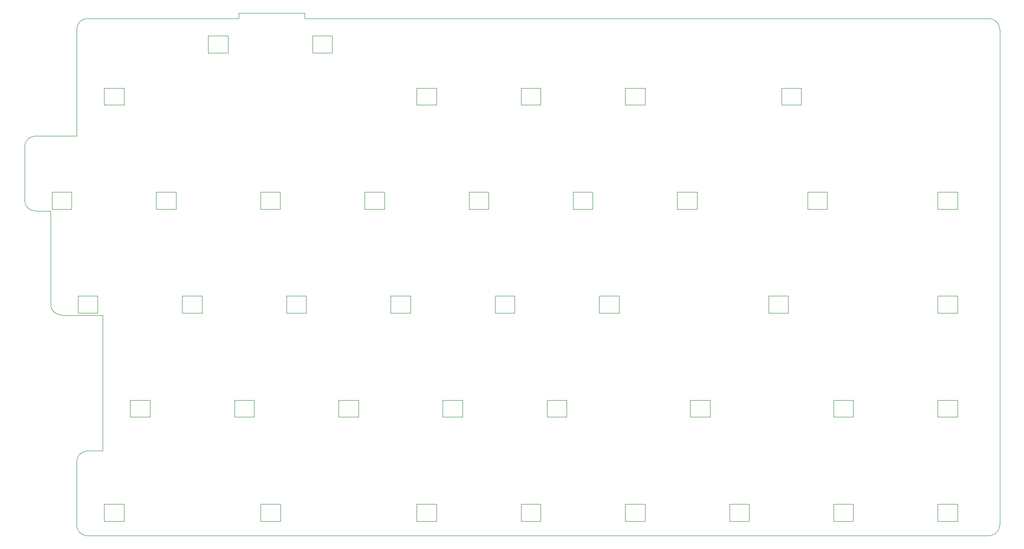
<source format=gbr>
%TF.GenerationSoftware,KiCad,Pcbnew,8.0.8*%
%TF.CreationDate,2025-04-15T16:41:43+09:00*%
%TF.ProjectId,sswkbd_right,7373776b-6264-45f7-9269-6768742e6b69,rev?*%
%TF.SameCoordinates,Original*%
%TF.FileFunction,Profile,NP*%
%FSLAX46Y46*%
G04 Gerber Fmt 4.6, Leading zero omitted, Abs format (unit mm)*
G04 Created by KiCad (PCBNEW 8.0.8) date 2025-04-15 16:41:43*
%MOMM*%
%LPD*%
G01*
G04 APERTURE LIST*
%TA.AperFunction,Profile*%
%ADD10C,0.050000*%
%TD*%
%TA.AperFunction,Profile*%
%ADD11C,0.100000*%
%TD*%
G04 APERTURE END LIST*
D10*
X365900000Y-64300000D02*
G75*
G02*
X367900000Y-66300000I0J-2000000D01*
G01*
X367900000Y-156760000D02*
G75*
G02*
X365900000Y-158760000I-2000000J0D01*
G01*
X201613000Y-158760000D02*
G75*
G02*
X199613000Y-156760000I0J2000000D01*
G01*
X199613000Y-145260000D02*
G75*
G02*
X201613000Y-143260000I2000000J0D01*
G01*
X196863000Y-118460000D02*
G75*
G02*
X194863000Y-116460000I0J2000000D01*
G01*
X192113000Y-99460000D02*
G75*
G02*
X190113000Y-97460000I0J2000000D01*
G01*
X190113000Y-87760000D02*
G75*
G02*
X192113000Y-85760000I2000000J0D01*
G01*
X199613000Y-66300000D02*
G75*
G02*
X201613000Y-64300000I2000000J0D01*
G01*
X241150000Y-63300000D02*
X229150000Y-63300000D01*
X365900000Y-64300000D02*
X241150000Y-64300000D01*
X367900000Y-156760000D02*
X367900000Y-66300000D01*
X201613000Y-158760000D02*
X365900000Y-158760000D01*
X241150000Y-63300000D02*
X241150000Y-64300000D01*
X199613000Y-145260000D02*
X199613000Y-156760000D01*
X194863000Y-99460000D02*
X194863000Y-116460000D01*
X199613000Y-85760000D02*
X192113000Y-85760000D01*
X204363000Y-118460000D02*
X204363000Y-143260000D01*
X229150000Y-64300000D02*
X201613000Y-64300000D01*
X199613000Y-66300000D02*
X199613000Y-85760000D01*
X192113000Y-99460000D02*
X194863000Y-99460000D01*
X190113000Y-87760000D02*
X190113000Y-97460000D01*
X229150000Y-63300000D02*
X229150000Y-64300000D01*
X204363000Y-143260000D02*
X201613000Y-143260000D01*
X196863000Y-118460000D02*
X204363000Y-118460000D01*
D11*
%TO.C,LED77*%
X209363000Y-133973000D02*
X212963000Y-133973000D01*
X209363000Y-137073000D02*
X209363000Y-133973000D01*
X212963000Y-133973000D02*
X212963000Y-137073000D01*
X212963000Y-137073000D02*
X209363000Y-137073000D01*
%TO.C,LED70*%
X228363000Y-133973000D02*
X231963000Y-133973000D01*
X228363000Y-137073000D02*
X228363000Y-133973000D01*
X231963000Y-133973000D02*
X231963000Y-137073000D01*
X231963000Y-137073000D02*
X228363000Y-137073000D01*
%TO.C,LED71*%
X233138000Y-152973000D02*
X236738000Y-152973000D01*
X233138000Y-156073000D02*
X233138000Y-152973000D01*
X236738000Y-152973000D02*
X236738000Y-156073000D01*
X236738000Y-156073000D02*
X233138000Y-156073000D01*
%TO.C,LED58*%
X261613000Y-76973000D02*
X265213000Y-76973000D01*
X261613000Y-80073000D02*
X261613000Y-76973000D01*
X265213000Y-76973000D02*
X265213000Y-80073000D01*
X265213000Y-80073000D02*
X261613000Y-80073000D01*
%TO.C,LED52*%
X299613000Y-152973000D02*
X303213000Y-152973000D01*
X299613000Y-156073000D02*
X299613000Y-152973000D01*
X303213000Y-152973000D02*
X303213000Y-156073000D01*
X303213000Y-156073000D02*
X299613000Y-156073000D01*
%TO.C,LED60*%
X275863000Y-114973000D02*
X279463000Y-114973000D01*
X275863000Y-118073000D02*
X275863000Y-114973000D01*
X279463000Y-114973000D02*
X279463000Y-118073000D01*
X279463000Y-118073000D02*
X275863000Y-118073000D01*
%TO.C,LED76*%
X199863000Y-114973000D02*
X203463000Y-114973000D01*
X199863000Y-118073000D02*
X199863000Y-114973000D01*
X203463000Y-114973000D02*
X203463000Y-118073000D01*
X203463000Y-118073000D02*
X199863000Y-118073000D01*
%TO.C,LED46*%
X332863000Y-95973000D02*
X336463000Y-95973000D01*
X332863000Y-99073000D02*
X332863000Y-95973000D01*
X336463000Y-95973000D02*
X336463000Y-99073000D01*
X336463000Y-99073000D02*
X332863000Y-99073000D01*
%TO.C,LED68*%
X233113000Y-95973000D02*
X236713000Y-95973000D01*
X233113000Y-99073000D02*
X233113000Y-95973000D01*
X236713000Y-95973000D02*
X236713000Y-99073000D01*
X236713000Y-99073000D02*
X233113000Y-99073000D01*
%TO.C,LED45*%
X325738000Y-114973000D02*
X329338000Y-114973000D01*
X325738000Y-118073000D02*
X325738000Y-114973000D01*
X329338000Y-114973000D02*
X329338000Y-118073000D01*
X329338000Y-118073000D02*
X325738000Y-118073000D01*
%TO.C,LED50*%
X311488000Y-133973000D02*
X315088000Y-133973000D01*
X311488000Y-137073000D02*
X311488000Y-133973000D01*
X315088000Y-133973000D02*
X315088000Y-137073000D01*
X315088000Y-137073000D02*
X311488000Y-137073000D01*
%TO.C,LED62*%
X261613000Y-152973000D02*
X265213000Y-152973000D01*
X261613000Y-156073000D02*
X261613000Y-152973000D01*
X265213000Y-152973000D02*
X265213000Y-156073000D01*
X265213000Y-156073000D02*
X261613000Y-156073000D01*
%TO.C,LED69*%
X237863000Y-114973000D02*
X241463000Y-114973000D01*
X237863000Y-118073000D02*
X237863000Y-114973000D01*
X241463000Y-114973000D02*
X241463000Y-118073000D01*
X241463000Y-118073000D02*
X237863000Y-118073000D01*
%TO.C,LED64*%
X256863000Y-114973000D02*
X260463000Y-114973000D01*
X256863000Y-118073000D02*
X256863000Y-114973000D01*
X260463000Y-114973000D02*
X260463000Y-118073000D01*
X260463000Y-118073000D02*
X256863000Y-118073000D01*
%TO.C,LED74*%
X204613000Y-76973000D02*
X208213000Y-76973000D01*
X204613000Y-80073000D02*
X204613000Y-76973000D01*
X208213000Y-76973000D02*
X208213000Y-80073000D01*
X208213000Y-80073000D02*
X204613000Y-80073000D01*
%TO.C,LED63*%
X247363000Y-133973000D02*
X250963000Y-133973000D01*
X247363000Y-137073000D02*
X247363000Y-133973000D01*
X250963000Y-133973000D02*
X250963000Y-137073000D01*
X250963000Y-137073000D02*
X247363000Y-137073000D01*
%TO.C,LED61*%
X266363000Y-133973000D02*
X269963000Y-133973000D01*
X266363000Y-137073000D02*
X266363000Y-133973000D01*
X269963000Y-133973000D02*
X269963000Y-137073000D01*
X269963000Y-137073000D02*
X266363000Y-137073000D01*
%TO.C,LED41*%
X356613000Y-133973000D02*
X360213000Y-133973000D01*
X356613000Y-137073000D02*
X356613000Y-133973000D01*
X360213000Y-133973000D02*
X360213000Y-137073000D01*
X360213000Y-137073000D02*
X356613000Y-137073000D01*
%TO.C,LED59*%
X271113000Y-95973000D02*
X274713000Y-95973000D01*
X271113000Y-99073000D02*
X271113000Y-95973000D01*
X274713000Y-95973000D02*
X274713000Y-99073000D01*
X274713000Y-99073000D02*
X271113000Y-99073000D01*
%TO.C,LED72*%
X218863000Y-114973000D02*
X222463000Y-114973000D01*
X218863000Y-118073000D02*
X218863000Y-114973000D01*
X222463000Y-114973000D02*
X222463000Y-118073000D01*
X222463000Y-118073000D02*
X218863000Y-118073000D01*
%TO.C,LED57*%
X280613000Y-76973000D02*
X284213000Y-76973000D01*
X280613000Y-80073000D02*
X280613000Y-76973000D01*
X284213000Y-76973000D02*
X284213000Y-80073000D01*
X284213000Y-80073000D02*
X280613000Y-80073000D01*
%TO.C,LED47*%
X328113000Y-76973000D02*
X331713000Y-76973000D01*
X328113000Y-80073000D02*
X328113000Y-76973000D01*
X331713000Y-76973000D02*
X331713000Y-80073000D01*
X331713000Y-80073000D02*
X328113000Y-80073000D01*
%TO.C,LED48*%
X299613000Y-76973000D02*
X303213000Y-76973000D01*
X299613000Y-80073000D02*
X299613000Y-76973000D01*
X303213000Y-76973000D02*
X303213000Y-80073000D01*
X303213000Y-80073000D02*
X299613000Y-80073000D01*
%TO.C,LED73*%
X214113000Y-95973000D02*
X217713000Y-95973000D01*
X214113000Y-99073000D02*
X214113000Y-95973000D01*
X217713000Y-95973000D02*
X217713000Y-99073000D01*
X217713000Y-99073000D02*
X214113000Y-99073000D01*
%TO.C,LED43*%
X337613000Y-152973000D02*
X341213000Y-152973000D01*
X337613000Y-156073000D02*
X337613000Y-152973000D01*
X341213000Y-152973000D02*
X341213000Y-156073000D01*
X341213000Y-156073000D02*
X337613000Y-156073000D01*
%TO.C,LED49*%
X309113000Y-95973000D02*
X312713000Y-95973000D01*
X309113000Y-99073000D02*
X309113000Y-95973000D01*
X312713000Y-95973000D02*
X312713000Y-99073000D01*
X312713000Y-99073000D02*
X309113000Y-99073000D01*
%TO.C,LED78*%
X204613000Y-152973000D02*
X208213000Y-152973000D01*
X204613000Y-156073000D02*
X204613000Y-152973000D01*
X208213000Y-152973000D02*
X208213000Y-156073000D01*
X208213000Y-156073000D02*
X204613000Y-156073000D01*
%TO.C,LED39*%
X356613000Y-95973000D02*
X360213000Y-95973000D01*
X356613000Y-99073000D02*
X356613000Y-95973000D01*
X360213000Y-95973000D02*
X360213000Y-99073000D01*
X360213000Y-99073000D02*
X356613000Y-99073000D01*
%TO.C,LED44*%
X337613000Y-133973000D02*
X341213000Y-133973000D01*
X337613000Y-137073000D02*
X337613000Y-133973000D01*
X341213000Y-133973000D02*
X341213000Y-137073000D01*
X341213000Y-137073000D02*
X337613000Y-137073000D01*
%TO.C,LED75*%
X195113000Y-95973000D02*
X198713000Y-95973000D01*
X195113000Y-99073000D02*
X195113000Y-95973000D01*
X198713000Y-95973000D02*
X198713000Y-99073000D01*
X198713000Y-99073000D02*
X195113000Y-99073000D01*
%TO.C,LED51*%
X318613000Y-152973000D02*
X322213000Y-152973000D01*
X318613000Y-156073000D02*
X318613000Y-152973000D01*
X322213000Y-152973000D02*
X322213000Y-156073000D01*
X322213000Y-156073000D02*
X318613000Y-156073000D01*
%TO.C,LED42*%
X356613000Y-152973000D02*
X360213000Y-152973000D01*
X356613000Y-156073000D02*
X356613000Y-152973000D01*
X360213000Y-152973000D02*
X360213000Y-156073000D01*
X360213000Y-156073000D02*
X356613000Y-156073000D01*
%TO.C,LED56*%
X294863000Y-114973000D02*
X298463000Y-114973000D01*
X294863000Y-118073000D02*
X294863000Y-114973000D01*
X298463000Y-114973000D02*
X298463000Y-118073000D01*
X298463000Y-118073000D02*
X294863000Y-118073000D01*
%TO.C,LED67*%
X223613000Y-67447000D02*
X227213000Y-67447000D01*
X223613000Y-70547000D02*
X223613000Y-67447000D01*
X227213000Y-67447000D02*
X227213000Y-70547000D01*
X227213000Y-70547000D02*
X223613000Y-70547000D01*
%TO.C,LED53*%
X280613000Y-152973000D02*
X284213000Y-152973000D01*
X280613000Y-156073000D02*
X280613000Y-152973000D01*
X284213000Y-152973000D02*
X284213000Y-156073000D01*
X284213000Y-156073000D02*
X280613000Y-156073000D01*
%TO.C,LED65*%
X242612000Y-67447000D02*
X246212000Y-67447000D01*
X242612000Y-70547000D02*
X242612000Y-67447000D01*
X246212000Y-67447000D02*
X246212000Y-70547000D01*
X246212000Y-70547000D02*
X242612000Y-70547000D01*
%TO.C,LED66*%
X252113000Y-95973000D02*
X255713000Y-95973000D01*
X252113000Y-99073000D02*
X252113000Y-95973000D01*
X255713000Y-95973000D02*
X255713000Y-99073000D01*
X255713000Y-99073000D02*
X252113000Y-99073000D01*
%TO.C,LED54*%
X285363000Y-133973000D02*
X288963000Y-133973000D01*
X285363000Y-137073000D02*
X285363000Y-133973000D01*
X288963000Y-133973000D02*
X288963000Y-137073000D01*
X288963000Y-137073000D02*
X285363000Y-137073000D01*
%TO.C,LED55*%
X290113000Y-95973000D02*
X293713000Y-95973000D01*
X290113000Y-99073000D02*
X290113000Y-95973000D01*
X293713000Y-95973000D02*
X293713000Y-99073000D01*
X293713000Y-99073000D02*
X290113000Y-99073000D01*
%TO.C,LED40*%
X356613000Y-114973000D02*
X360213000Y-114973000D01*
X356613000Y-118073000D02*
X356613000Y-114973000D01*
X360213000Y-114973000D02*
X360213000Y-118073000D01*
X360213000Y-118073000D02*
X356613000Y-118073000D01*
%TD*%
M02*

</source>
